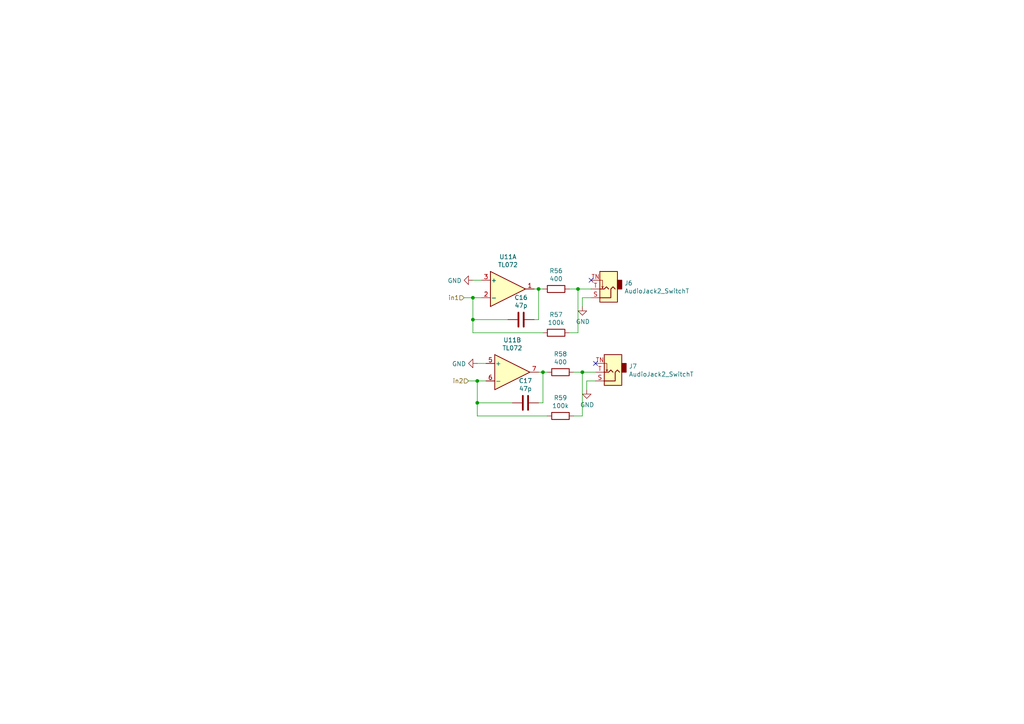
<source format=kicad_sch>
(kicad_sch (version 20231120) (generator "eeschema") (generator_version "8.0")
  (paper "A4")
  (lib_symbols
    (symbol "Amplifier_Operational:TL072" (pin_names (offset 0.127))
      (property "Reference" "U" (at 0 5.08 0))
      (property "Value" "TL072" (at 0 -5.08 0))
      (symbol "TL072_1_1"
        (polyline (pts (xy -5.08 5.08) (xy 5.08 0) (xy -5.08 -5.08) (xy -5.08 5.08)) (stroke (width 0.254)) (fill (type background)))
        (pin output line (at 7.62 0 180) (length 2.54) (name "~") (number "1"))
        (pin input line (at -7.62 -2.54 0) (length 2.54) (name "-") (number "2"))
        (pin input line (at -7.62 2.54 0) (length 2.54) (name "+") (number "3"))
      )
      (symbol "TL072_2_1"
        (polyline (pts (xy -5.08 5.08) (xy 5.08 0) (xy -5.08 -5.08) (xy -5.08 5.08)) (stroke (width 0.254)) (fill (type background)))
        (pin input line (at -7.62 2.54 0) (length 2.54) (name "+") (number "5"))
        (pin input line (at -7.62 -2.54 0) (length 2.54) (name "-") (number "6"))
        (pin output line (at 7.62 0 180) (length 2.54) (name "~") (number "7"))
      )
      (symbol "TL072_3_1"
        (pin power_in line (at -2.54 -7.62 90) (length 3.81) (name "V-") (number "4"))
        (pin power_in line (at -2.54 7.62 270) (length 3.81) (name "V+") (number "8"))
      )
    )
    (symbol "Connector:AudioJack2_SwitchT"
      (property "Reference" "J" (at 0 8.89 0))
      (property "Value" "AudioJack2_SwitchT" (at 0 6.35 0))
      (symbol "AudioJack2_SwitchT_0_1"
        (rectangle (start -2.54 0) (end -3.81 -2.54) (stroke (width 0.254)) (fill (type outline)))
        (polyline (pts (xy 1.778 -0.254) (xy 2.032 -0.762)))
        (polyline (pts (xy 0 0) (xy 0.635 -0.635) (xy 1.27 0) (xy 2.54 0)) (stroke (width 0.254)))
        (polyline (pts (xy 2.54 -2.54) (xy 1.778 -2.54) (xy 1.778 -0.254) (xy 1.524 -0.762)))
        (polyline (pts (xy 2.54 2.54) (xy -0.635 2.54) (xy -0.635 0) (xy -1.27 -0.635) (xy -1.905 0)) (stroke (width 0.254)))
        (rectangle (start 2.54 3.81) (end -2.54 -5.08) (stroke (width 0.254)) (fill (type background)))
      )
      (symbol "AudioJack2_SwitchT_1_1"
        (pin passive line (at 5.08 2.54 180) (length 2.54) (name "~") (number "S"))
        (pin passive line (at 5.08 0 180) (length 2.54) (name "~") (number "T"))
        (pin passive line (at 5.08 -2.54 180) (length 2.54) (name "~") (number "TN"))
      )
    )
    (symbol "Device:C" (pin_numbers hide) (pin_names (offset 0.254))
      (property "Reference" "C" (at 0.635 2.54 0))
      (property "Value" "C" (at 0.635 -2.54 0))
      (symbol "C_0_1"
        (polyline (pts (xy -2.032 -0.762) (xy 2.032 -0.762)) (stroke (width 0.508)))
        (polyline (pts (xy -2.032 0.762) (xy 2.032 0.762)) (stroke (width 0.508)))
      )
      (symbol "C_1_1"
        (pin passive line (at 0 3.81 270) (length 2.794) (name "~") (number "1"))
        (pin passive line (at 0 -3.81 90) (length 2.794) (name "~") (number "2"))
      )
    )
    (symbol "Device:R" (pin_numbers hide) (pin_names (offset 0))
      (property "Reference" "R" (at 2.032 0 90))
      (property "Value" "R" (at 0 0 90))
      (symbol "R_0_1"
        (rectangle (start -1.016 -2.54) (end 1.016 2.54) (stroke (width 0.254)))
      )
      (symbol "R_1_1"
        (pin passive line (at 0 3.81 270) (length 1.27) (name "~") (number "1"))
        (pin passive line (at 0 -3.81 90) (length 1.27) (name "~") (number "2"))
      )
    )
    (symbol "power:GND" (power) (pin_names (offset 0))
      (property "Value" "GND" (at 0 -3.81 0))
      (symbol "GND_0_1"
        (polyline (pts (xy 0 0) (xy 0 -1.27) (xy 1.27 -1.27) (xy 0 -2.54) (xy -1.27 -1.27) (xy 0 -1.27)))
      )
      (symbol "GND_1_1"
        (pin power_in line (at 0 0 270) (length 0) hide (name "GND") (number "1"))
      )
    )
  )
  (junction (at 138.43 110.49))
  (junction (at 137.16 92.71))
  (junction (at 156.21 83.82))
  (junction (at 137.16 86.36))
  (junction (at 138.43 116.84))
  (junction (at 157.48 107.95))
  (junction (at 167.64 83.82))
  (junction (at 168.91 107.95))
  (no_connect (at 171.45 81.28))
  (no_connect (at 172.72 105.41))
  (wire (pts (xy 156.21 83.82) (xy 156.21 92.71)))
  (wire (pts (xy 166.37 120.65) (xy 168.91 120.65)))
  (wire (pts (xy 167.64 96.52) (xy 167.64 83.82)))
  (wire (pts (xy 154.94 83.82) (xy 156.21 83.82)))
  (wire (pts (xy 158.75 120.65) (xy 138.43 120.65)))
  (wire (pts (xy 138.43 105.41) (xy 140.97 105.41)))
  (wire (pts (xy 138.43 120.65) (xy 138.43 116.84)))
  (wire (pts (xy 134.62 86.36) (xy 137.16 86.36)))
  (wire (pts (xy 137.16 86.36) (xy 139.7 86.36)))
  (wire (pts (xy 137.16 96.52) (xy 137.16 92.71)))
  (wire (pts (xy 168.91 107.95) (xy 166.37 107.95)))
  (wire (pts (xy 168.91 88.9) (xy 168.91 86.36)))
  (wire (pts (xy 137.16 81.28) (xy 139.7 81.28)))
  (wire (pts (xy 170.18 110.49) (xy 172.72 110.49)))
  (wire (pts (xy 167.64 83.82) (xy 165.1 83.82)))
  (wire (pts (xy 138.43 110.49) (xy 140.97 110.49)))
  (wire (pts (xy 157.48 107.95) (xy 157.48 116.84)))
  (wire (pts (xy 138.43 116.84) (xy 138.43 110.49)))
  (wire (pts (xy 171.45 83.82) (xy 167.64 83.82)))
  (wire (pts (xy 168.91 86.36) (xy 171.45 86.36)))
  (wire (pts (xy 148.59 116.84) (xy 138.43 116.84)))
  (wire (pts (xy 135.89 110.49) (xy 138.43 110.49)))
  (wire (pts (xy 157.48 96.52) (xy 137.16 96.52)))
  (wire (pts (xy 170.18 113.03) (xy 170.18 110.49)))
  (wire (pts (xy 147.32 92.71) (xy 137.16 92.71)))
  (wire (pts (xy 156.21 107.95) (xy 157.48 107.95)))
  (wire (pts (xy 156.21 92.71) (xy 154.94 92.71)))
  (wire (pts (xy 165.1 96.52) (xy 167.64 96.52)))
  (wire (pts (xy 137.16 92.71) (xy 137.16 86.36)))
  (wire (pts (xy 168.91 120.65) (xy 168.91 107.95)))
  (wire (pts (xy 172.72 107.95) (xy 168.91 107.95)))
  (wire (pts (xy 156.21 83.82) (xy 157.48 83.82)))
  (wire (pts (xy 157.48 107.95) (xy 158.75 107.95)))
  (wire (pts (xy 157.48 116.84) (xy 156.21 116.84)))
  (hierarchical_label "in1" (shape input) (at 134.62 86.36 180))
  (hierarchical_label "in2" (shape input) (at 135.89 110.49 180))
  (symbol (lib_id "Amplifier_Operational:TL072") (at 147.32 83.82 0) (unit 1)
    (property "Reference" "U11" (at 147.32 74.4982 0))
    (property "Value" "TL072" (at 147.32 76.8096 0))
    (property "Footprint" "Package_SO:SOIC-8_3.9x4.9mm_P1.27mm" (effects (hide yes)))
    (property "Datasheet" "http://www.ti.com/lit/ds/symlink/tl071.pdf" (effects (hide yes)))
    (instances (project "waveshaper_Marcin" (path "" (reference "U11") (unit 1)) (path "" (reference "U15") (unit 1))))
  )
  (symbol (lib_id "Connector:AudioJack2_SwitchT") (at 176.53 83.82 180) (unit 1)
    (property "Reference" "J6" (at 181.102 82.1182 0) (effects (justify right)))
    (property "Value" "AudioJack2_SwitchT" (at 181.102 84.4296 0) (effects (justify right)))
    (property "Footprint" "jacks:thonkiconn" (effects (hide yes)))
    (instances (project "waveshaper_Marcin" (path "" (reference "J6") (unit 1)) (path "" (reference "J10") (unit 1))))
  )
  (symbol (lib_id "Device:R") (at 161.29 83.82 270) (unit 1)
    (property "Reference" "R56" (at 161.29 78.5622 90))
    (property "Value" "400" (at 161.29 80.8736 90))
    (property "Footprint" "Resistor_SMD:R_0603_1608Metric" (effects (hide yes)))
    (instances (project "waveshaper_Marcin" (path "" (reference "R56") (unit 1)) (path "" (reference "R68") (unit 1))))
  )
  (symbol (lib_id "Device:C") (at 151.13 92.71 270) (unit 1)
    (property "Reference" "C16" (at 151.13 86.3092 90))
    (property "Value" "47p" (at 151.13 88.6206 90))
    (property "Footprint" "Capacitor_SMD:C_0603_1608Metric" (effects (hide yes)))
    (instances (project "waveshaper_Marcin" (path "" (reference "C16") (unit 1)) (path "" (reference "C22") (unit 1))))
  )
  (symbol (lib_id "Device:R") (at 161.29 96.52 270) (unit 1)
    (property "Reference" "R57" (at 161.29 91.2622 90))
    (property "Value" "100k" (at 161.29 93.5736 90))
    (property "Footprint" "Resistor_SMD:R_0603_1608Metric" (effects (hide yes)))
    (instances (project "waveshaper_Marcin" (path "" (reference "R57") (unit 1)) (path "" (reference "R69") (unit 1))))
  )
  (symbol (lib_id "power:GND") (at 137.16 81.28 270) (unit 1)
    (property "Reference" "#PWR0162" (effects (hide yes)))
    (property "Value" "GND" (at 133.9088 81.407 90) (effects (justify right)))
    (instances (project "waveshaper_Marcin" (path "" (reference "#PWR0162") (unit 1)) (path "" (reference "#PWR0187") (unit 1))))
  )
  (symbol (lib_id "power:GND") (at 168.91 88.9 0) (unit 1)
    (property "Reference" "#PWR0163" (effects (hide yes)))
    (property "Value" "GND" (at 169.037 93.2942 0))
    (instances (project "waveshaper_Marcin" (path "" (reference "#PWR0163") (unit 1)) (path "" (reference "#PWR0188") (unit 1))))
  )
  (symbol (lib_id "Connector:AudioJack2_SwitchT") (at 177.8 107.95 180) (unit 1)
    (property "Reference" "J7" (at 182.372 106.2482 0) (effects (justify right)))
    (property "Value" "AudioJack2_SwitchT" (at 182.372 108.5596 0) (effects (justify right)))
    (property "Footprint" "jacks:thonkiconn" (effects (hide yes)))
    (instances (project "waveshaper_Marcin" (path "" (reference "J7") (unit 1)) (path "" (reference "J11") (unit 1))))
  )
  (symbol (lib_id "Device:R") (at 162.56 107.95 270) (unit 1)
    (property "Reference" "R58" (at 162.56 102.6922 90))
    (property "Value" "400" (at 162.56 105.0036 90))
    (property "Footprint" "Resistor_SMD:R_0603_1608Metric" (effects (hide yes)))
    (instances (project "waveshaper_Marcin" (path "" (reference "R58") (unit 1)) (path "" (reference "R70") (unit 1))))
  )
  (symbol (lib_id "Device:C") (at 152.4 116.84 270) (unit 1)
    (property "Reference" "C17" (at 152.4 110.4392 90))
    (property "Value" "47p" (at 152.4 112.7506 90))
    (property "Footprint" "Capacitor_SMD:C_0603_1608Metric" (effects (hide yes)))
    (instances (project "waveshaper_Marcin" (path "" (reference "C17") (unit 1)) (path "" (reference "C23") (unit 1))))
  )
  (symbol (lib_id "Device:R") (at 162.56 120.65 270) (unit 1)
    (property "Reference" "R59" (at 162.56 115.3922 90))
    (property "Value" "100k" (at 162.56 117.7036 90))
    (property "Footprint" "Resistor_SMD:R_0603_1608Metric" (effects (hide yes)))
    (instances (project "waveshaper_Marcin" (path "" (reference "R59") (unit 1)) (path "" (reference "R71") (unit 1))))
  )
  (symbol (lib_id "power:GND") (at 138.43 105.41 270) (unit 1)
    (property "Reference" "#PWR0164" (effects (hide yes)))
    (property "Value" "GND" (at 135.1788 105.537 90) (effects (justify right)))
    (instances (project "waveshaper_Marcin" (path "" (reference "#PWR0164") (unit 1)) (path "" (reference "#PWR0189") (unit 1))))
  )
  (symbol (lib_id "power:GND") (at 170.18 113.03 0) (unit 1)
    (property "Reference" "#PWR0165" (effects (hide yes)))
    (property "Value" "GND" (at 170.307 117.4242 0))
    (instances (project "waveshaper_Marcin" (path "" (reference "#PWR0165") (unit 1)) (path "" (reference "#PWR0190") (unit 1))))
  )
  (symbol (lib_id "Amplifier_Operational:TL072") (at 148.59 107.95 0) (unit 2)
    (property "Reference" "U11" (at 148.59 98.6282 0))
    (property "Value" "TL072" (at 148.59 100.9396 0))
    (property "Footprint" "Package_SO:SOIC-8_3.9x4.9mm_P1.27mm" (effects (hide yes)))
    (property "Datasheet" "http://www.ti.com/lit/ds/symlink/tl071.pdf" (effects (hide yes)))
    (instances (project "waveshaper_Marcin" (path "" (reference "U11") (unit 2)) (path "" (reference "U15") (unit 2))))
  )
)
</source>
